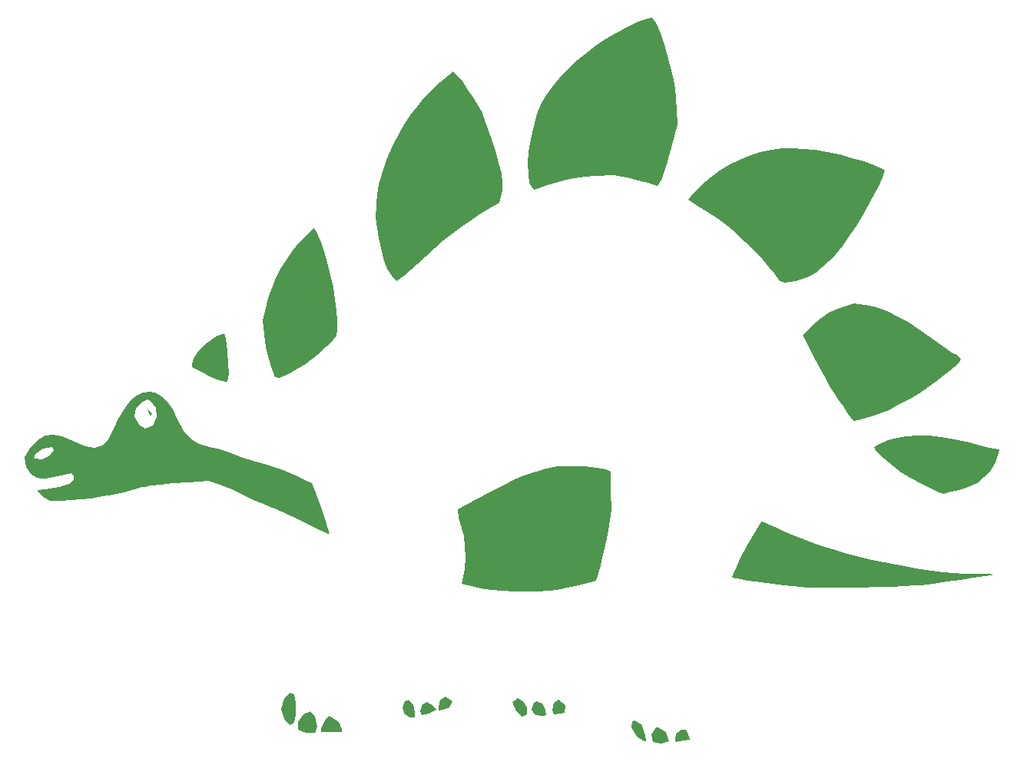
<source format=gbr>
%TF.GenerationSoftware,KiCad,Pcbnew,(6.0.7)*%
%TF.CreationDate,2022-08-20T21:46:32+02:00*%
%TF.ProjectId,demoDino,64656d6f-4469-46e6-9f2e-6b696361645f,rev?*%
%TF.SameCoordinates,Original*%
%TF.FileFunction,Soldermask,Top*%
%TF.FilePolarity,Negative*%
%FSLAX46Y46*%
G04 Gerber Fmt 4.6, Leading zero omitted, Abs format (unit mm)*
G04 Created by KiCad (PCBNEW (6.0.7)) date 2022-08-20 21:46:32*
%MOMM*%
%LPD*%
G01*
G04 APERTURE LIST*
%ADD10C,3.000000*%
G04 APERTURE END LIST*
%TO.C,svg2mod*%
G36*
X55040216Y-101184170D02*
G01*
X55189857Y-102010425D01*
X55200140Y-103393242D01*
X55063706Y-104339310D01*
X54510844Y-104530896D01*
X53908627Y-103863737D01*
X53625919Y-102746470D01*
X53922054Y-101565909D01*
X54577396Y-101012670D01*
X54577398Y-101012670D01*
X55040216Y-101184170D01*
G37*
G36*
X57346563Y-103648531D02*
G01*
X57578149Y-104705429D01*
X57295565Y-105396490D01*
X56268958Y-105412144D01*
X55460742Y-105037040D01*
X55490580Y-104252027D01*
X56054403Y-103408776D01*
X56783411Y-103058910D01*
X57346563Y-103648531D01*
G37*
G36*
X59198465Y-103672090D02*
G01*
X59917205Y-104173923D01*
X60262710Y-104943070D01*
X60265110Y-105340110D01*
X57955725Y-105340110D01*
X57955725Y-104896090D01*
X58392699Y-104015090D01*
X58829673Y-103578110D01*
X59198465Y-103672090D01*
G37*
G36*
X92518990Y-104038900D02*
G01*
X93264734Y-104456145D01*
X93710097Y-105636440D01*
X93794667Y-106350640D01*
X93592624Y-106345640D01*
X92811198Y-105834726D01*
X92234902Y-104839654D01*
X92302845Y-104118480D01*
X92518983Y-104038580D01*
X92518990Y-104038900D01*
G37*
G36*
X96017998Y-105344804D02*
G01*
X96322539Y-106329160D01*
X95534465Y-106615815D01*
X94555847Y-106411460D01*
X94393609Y-105538165D01*
X94910595Y-104835060D01*
X95164322Y-104809160D01*
X95164322Y-104809150D01*
X96017998Y-105344804D01*
G37*
G36*
X80289617Y-101906875D02*
G01*
X80700285Y-102625929D01*
X80711280Y-103390180D01*
X80195528Y-103600693D01*
X79463788Y-103009590D01*
X79064904Y-101981655D01*
X79682275Y-101588250D01*
X80289617Y-101906875D01*
G37*
G36*
X68156870Y-102254564D02*
G01*
X68323286Y-103195140D01*
X68276306Y-103681450D01*
X67844030Y-103723750D01*
X67236660Y-103390238D01*
X66975341Y-102604392D01*
X67237905Y-101900680D01*
X67639639Y-101785560D01*
X67639634Y-101785550D01*
X68156870Y-102254564D01*
G37*
G36*
X81799012Y-101917200D02*
G01*
X82380229Y-102153086D01*
X82731694Y-102901560D01*
X82813924Y-103423110D01*
X82473272Y-103512310D01*
X81594736Y-103423876D01*
X81152375Y-102845114D01*
X81406679Y-102116820D01*
X81799016Y-101917120D01*
X81799012Y-101917200D01*
G37*
G36*
X70364855Y-102408160D02*
G01*
X70667918Y-102793440D01*
X70482321Y-102964950D01*
X69808065Y-103300890D01*
X69084053Y-103439730D01*
X68927068Y-103021320D01*
X69138443Y-102268463D01*
X69643613Y-101992320D01*
X70364855Y-102408160D01*
G37*
G36*
X84902475Y-102373665D02*
G01*
X84841391Y-103221030D01*
X83685524Y-103369040D01*
X83440486Y-102846406D01*
X83661164Y-102107041D01*
X84174183Y-101731560D01*
X84902475Y-102373665D01*
G37*
G36*
X72461331Y-101929035D02*
G01*
X72138594Y-102612540D01*
X71344523Y-102842760D01*
X70947488Y-102922660D01*
X70947488Y-102551470D01*
X71148875Y-101751173D01*
X71671079Y-101442590D01*
X71671079Y-101442570D01*
X72461331Y-101929035D01*
G37*
G36*
X98420493Y-105568020D02*
G01*
X98629583Y-106143610D01*
X97849606Y-106284560D01*
X97116617Y-106383160D01*
X97022637Y-106136490D01*
X97131567Y-105465305D01*
X97729784Y-105081640D01*
X98169107Y-105037040D01*
X98420493Y-105568020D01*
G37*
G36*
X25951845Y-76872047D02*
G01*
X25451505Y-76081051D01*
X25289879Y-75049063D01*
X26289903Y-75049063D01*
X26498211Y-75180858D01*
X27264312Y-75222096D01*
X28111176Y-74818115D01*
X28510798Y-74220790D01*
X28320606Y-73894203D01*
X27375731Y-74097692D01*
X26455600Y-74685400D01*
X26289903Y-75049063D01*
X25289879Y-75049063D01*
X25285858Y-75023391D01*
X26018852Y-73881130D01*
X26833064Y-73082285D01*
X27622125Y-72628342D01*
X28464464Y-72508105D01*
X29438511Y-72710380D01*
X30622694Y-73223972D01*
X31994121Y-73814960D01*
X33051771Y-73997852D01*
X33876478Y-73748174D01*
X34549076Y-73041455D01*
X35150401Y-71853222D01*
X35740266Y-70591574D01*
X35787539Y-70513969D01*
X37421955Y-70513969D01*
X37894958Y-71421859D01*
X38639740Y-71838358D01*
X39414807Y-71523320D01*
X39862823Y-70639688D01*
X39771205Y-69574168D01*
X39182041Y-68816256D01*
X38886244Y-68657950D01*
X38353566Y-68929333D01*
X37585592Y-69624610D01*
X37421955Y-70513969D01*
X35787539Y-70513969D01*
X36368091Y-69560915D01*
X37024352Y-68762549D01*
X37699521Y-68197779D01*
X38384071Y-67867910D01*
X39068477Y-67774245D01*
X39743211Y-67918088D01*
X40398748Y-68300742D01*
X41025561Y-68923512D01*
X41614124Y-69787701D01*
X42154910Y-70894612D01*
X42798875Y-72119117D01*
X43582917Y-73000070D01*
X44552333Y-73575082D01*
X45752422Y-73881767D01*
X46889018Y-74142064D01*
X48114651Y-74598936D01*
X48953391Y-74931589D01*
X49926605Y-75259649D01*
X50823597Y-75512093D01*
X52082897Y-75835778D01*
X53082257Y-76150428D01*
X54036182Y-76532564D01*
X55159176Y-77058705D01*
X56239593Y-77561690D01*
X56786124Y-77770896D01*
X56973653Y-77897227D01*
X57304783Y-78697157D01*
X58040884Y-80802088D01*
X58464661Y-82026459D01*
X58784431Y-82946910D01*
X58930962Y-83364150D01*
X58714277Y-83475843D01*
X57162778Y-82727259D01*
X55312488Y-81789057D01*
X54023427Y-81159459D01*
X53116262Y-80753942D01*
X52411659Y-80487984D01*
X51672584Y-80194100D01*
X50579223Y-79709280D01*
X49368284Y-79138484D01*
X48168905Y-78574874D01*
X47105850Y-78108889D01*
X46409263Y-77841413D01*
X45615380Y-77596697D01*
X43305900Y-77758302D01*
X41617726Y-77888460D01*
X40261759Y-78022922D01*
X39158075Y-78172523D01*
X38639740Y-78270238D01*
X38226749Y-78348094D01*
X37387857Y-78560469D01*
X36225452Y-78868495D01*
X35035967Y-79136815D01*
X33837026Y-79362753D01*
X32646253Y-79543634D01*
X31481272Y-79676781D01*
X30359706Y-79759519D01*
X29299178Y-79789170D01*
X28138936Y-79791696D01*
X27494897Y-79466926D01*
X26807563Y-78907088D01*
X26764272Y-78672020D01*
X27601450Y-78571269D01*
X29149806Y-78305675D01*
X30213266Y-77951616D01*
X30743662Y-77532460D01*
X30692825Y-77071573D01*
X30443608Y-76741179D01*
X28953082Y-77119008D01*
X27611234Y-77363932D01*
X27264312Y-77337719D01*
X26641288Y-77290643D01*
X25951845Y-76872047D01*
G37*
G36*
X58930968Y-83364167D02*
G01*
X58930962Y-83364150D01*
X58930964Y-83364149D01*
X58930968Y-83364167D01*
G37*
G36*
X106806540Y-82189888D02*
G01*
X107335533Y-82415960D01*
X108187852Y-82830798D01*
X109078860Y-83256148D01*
X110063641Y-83677584D01*
X111131565Y-84092637D01*
X112272001Y-84498838D01*
X113474322Y-84893718D01*
X114727895Y-85274809D01*
X116022093Y-85639642D01*
X117346286Y-85985748D01*
X118689843Y-86310658D01*
X120042135Y-86611904D01*
X121392532Y-86887016D01*
X122730406Y-87133526D01*
X124045125Y-87348965D01*
X125326060Y-87530864D01*
X126562582Y-87676754D01*
X127744061Y-87784167D01*
X128859868Y-87850634D01*
X129899372Y-87873686D01*
X131502150Y-87894337D01*
X132129355Y-87942333D01*
X131814706Y-88011879D01*
X131017942Y-88143866D01*
X129862928Y-88320226D01*
X128473530Y-88522891D01*
X126973616Y-88733794D01*
X125487051Y-88934866D01*
X124137701Y-89108040D01*
X124137701Y-89108044D01*
X123387711Y-89172126D01*
X122246617Y-89234375D01*
X120818935Y-89292465D01*
X119209179Y-89344073D01*
X117521863Y-89386872D01*
X115861503Y-89418539D01*
X114332612Y-89436748D01*
X113039705Y-89439174D01*
X112087297Y-89423492D01*
X111579903Y-89387379D01*
X111028996Y-89318461D01*
X109862227Y-89190063D01*
X108332197Y-89029981D01*
X107100204Y-88894907D01*
X105933173Y-88751130D01*
X104962737Y-88615838D01*
X104320527Y-88506215D01*
X103267877Y-88285465D01*
X103365284Y-87971912D01*
X103667339Y-87259961D01*
X104228019Y-86130677D01*
X104923670Y-84823838D01*
X105630637Y-83579218D01*
X106507799Y-82098242D01*
X106806540Y-82189888D01*
G37*
G36*
X87062159Y-76037090D02*
G01*
X88393924Y-76189324D01*
X89433091Y-76392508D01*
X89874861Y-76600949D01*
X89901699Y-77277469D01*
X89940248Y-78781293D01*
X89987123Y-80874259D01*
X89632280Y-83039396D01*
X89456166Y-84016753D01*
X89238960Y-85077332D01*
X89008245Y-86093255D01*
X88791606Y-86936643D01*
X88305776Y-88668753D01*
X87673726Y-88835324D01*
X86329208Y-89170245D01*
X85093671Y-89438395D01*
X83985229Y-89636174D01*
X83021996Y-89759982D01*
X83021997Y-89760035D01*
X81857403Y-89838827D01*
X80610270Y-89862116D01*
X79321851Y-89832466D01*
X78033398Y-89752438D01*
X76786165Y-89624594D01*
X75621406Y-89451498D01*
X74580372Y-89235711D01*
X73522124Y-88976715D01*
X73606841Y-88606247D01*
X73804044Y-87395646D01*
X73884920Y-86091523D01*
X73852700Y-84821181D01*
X73710611Y-83711920D01*
X73461883Y-82891043D01*
X73137067Y-81656068D01*
X73099901Y-80743526D01*
X75076065Y-79660756D01*
X76695505Y-78790427D01*
X78021656Y-78102966D01*
X79117951Y-77568799D01*
X80047823Y-77158353D01*
X80874706Y-76842054D01*
X81662035Y-76590330D01*
X82473242Y-76373606D01*
X84010487Y-75992924D01*
X85742596Y-75981496D01*
X87062159Y-76037090D01*
G37*
G36*
X39336484Y-70210589D02*
G01*
X39209654Y-70553772D01*
X38808369Y-69590348D01*
X39336484Y-70210589D01*
G37*
G36*
X73187390Y-33180644D02*
G01*
X73635224Y-33715690D01*
X74201004Y-34505127D01*
X74762243Y-35378046D01*
X75704313Y-36937481D01*
X76625496Y-39563978D01*
X77177130Y-41215299D01*
X77581644Y-42614108D01*
X77844583Y-43791174D01*
X77971493Y-44777264D01*
X77967919Y-45603148D01*
X77839405Y-46299592D01*
X77649410Y-46944489D01*
X76274350Y-47743017D01*
X75404518Y-48275570D01*
X74474419Y-48895825D01*
X73500449Y-49591045D01*
X72499003Y-50348494D01*
X71486477Y-51155438D01*
X70479268Y-51999140D01*
X69493770Y-52866864D01*
X68546380Y-53745875D01*
X67889792Y-54349394D01*
X67149283Y-55000869D01*
X67149282Y-55000875D01*
X66291747Y-55626304D01*
X65755947Y-55043914D01*
X65289523Y-54274294D01*
X64938692Y-53432972D01*
X64648596Y-52355744D01*
X64364383Y-50878410D01*
X63985201Y-48685886D01*
X64074645Y-47170290D01*
X64182941Y-46078679D01*
X64377599Y-44970407D01*
X64654648Y-43852593D01*
X65010113Y-42732355D01*
X65440022Y-41616813D01*
X65940403Y-40513085D01*
X66507281Y-39428290D01*
X67136684Y-38369547D01*
X67824640Y-37343974D01*
X68567175Y-36358691D01*
X69360316Y-35420817D01*
X70200091Y-34537470D01*
X71082526Y-33715769D01*
X72003649Y-32962833D01*
X72554607Y-32542676D01*
X73187390Y-33180644D01*
G37*
G36*
X111180526Y-41011841D02*
G01*
X112448739Y-41159365D01*
X113799009Y-41387422D01*
X115177937Y-41683371D01*
X116532127Y-42034565D01*
X117808181Y-42428364D01*
X118952702Y-42852123D01*
X119912291Y-43293198D01*
X120161499Y-43423922D01*
X119866330Y-44178458D01*
X119385934Y-45293849D01*
X118562087Y-46850435D01*
X117757463Y-48271808D01*
X116969790Y-49560538D01*
X116196797Y-50719195D01*
X115436215Y-51750350D01*
X114685770Y-52656574D01*
X113943193Y-53440438D01*
X113206213Y-54104512D01*
X112472558Y-54651367D01*
X111739958Y-55083573D01*
X111006141Y-55403703D01*
X110268836Y-55614325D01*
X109134197Y-55808385D01*
X108529515Y-55591312D01*
X107912850Y-54768557D01*
X107391356Y-54085816D01*
X106639931Y-53221482D01*
X105734284Y-52256247D01*
X104750123Y-51270802D01*
X103763158Y-50345835D01*
X102796319Y-49531033D01*
X101736840Y-48741682D01*
X100613514Y-47998002D01*
X99455132Y-47320216D01*
X98473905Y-46651368D01*
X98956553Y-45928907D01*
X99921672Y-45001563D01*
X100928017Y-44165685D01*
X101972126Y-43422824D01*
X103050542Y-42774529D01*
X104159806Y-42222353D01*
X105296457Y-41767844D01*
X106457038Y-41412553D01*
X107638089Y-41158031D01*
X108836152Y-41005828D01*
X110047766Y-40957494D01*
X111180526Y-41011841D01*
G37*
G36*
X94879290Y-27163753D02*
G01*
X95393089Y-28263185D01*
X95846141Y-29560507D01*
X96291842Y-31138069D01*
X96616619Y-32394264D01*
X96843772Y-33454895D01*
X96996605Y-34445768D01*
X97098418Y-35492688D01*
X97172514Y-36721458D01*
X97252613Y-38325222D01*
X96868808Y-39969164D01*
X96465679Y-41508360D01*
X95997920Y-43027390D01*
X95558034Y-44247134D01*
X95238523Y-44888472D01*
X95023189Y-45132649D01*
X94063625Y-44795525D01*
X92961928Y-44483367D01*
X91660637Y-44206263D01*
X90217212Y-43954124D01*
X88196417Y-44047045D01*
X86998068Y-44131401D01*
X85878342Y-44262287D01*
X85014141Y-44419024D01*
X85014143Y-44419024D01*
X83846072Y-44743031D01*
X82668745Y-45130159D01*
X81484828Y-45562235D01*
X81273586Y-45350995D01*
X80971749Y-44778451D01*
X80811691Y-43868060D01*
X80784168Y-42703266D01*
X80879940Y-41367511D01*
X81089762Y-39944239D01*
X81404394Y-38516892D01*
X81814592Y-37168914D01*
X82311115Y-35983748D01*
X82807700Y-35129950D01*
X83473547Y-34179615D01*
X84217578Y-33253935D01*
X84948714Y-32474104D01*
X85867378Y-31608913D01*
X86661521Y-30907666D01*
X87436576Y-30285761D01*
X88297977Y-29658599D01*
X89351160Y-28941579D01*
X90483408Y-28257105D01*
X91768327Y-27584054D01*
X92997847Y-27018186D01*
X93963900Y-26655262D01*
X94458418Y-26591041D01*
X94879290Y-27163753D01*
G37*
G36*
X117905486Y-58275199D02*
G01*
X118879227Y-58447267D01*
X119746118Y-58672674D01*
X120598947Y-58998597D01*
X121530506Y-59472210D01*
X122633586Y-60140691D01*
X124000976Y-61051213D01*
X125725468Y-62250954D01*
X126682004Y-62905002D01*
X127524670Y-63448741D01*
X128071033Y-63764455D01*
X128551985Y-64169880D01*
X128300199Y-64698556D01*
X127241064Y-65507139D01*
X126577295Y-65995627D01*
X125690850Y-66692847D01*
X124843785Y-67342069D01*
X123942016Y-67952224D01*
X122894878Y-68580946D01*
X121611708Y-69285869D01*
X120558197Y-69814870D01*
X119584316Y-70209891D01*
X118364002Y-70603189D01*
X118364002Y-70603186D01*
X117137091Y-70912152D01*
X116631892Y-71004183D01*
X116090608Y-70277528D01*
X115549323Y-69451983D01*
X115001148Y-68618264D01*
X114567595Y-67993796D01*
X114073335Y-67198054D01*
X113505965Y-66209427D01*
X112853082Y-65006303D01*
X112102283Y-63567070D01*
X111071076Y-61560184D01*
X112207187Y-60454198D01*
X113083177Y-59677841D01*
X113938836Y-59094445D01*
X114850982Y-58659772D01*
X115896431Y-58329583D01*
X116776234Y-58103239D01*
X117905486Y-58275199D01*
G37*
G36*
X57455540Y-50209368D02*
G01*
X57885009Y-51161971D01*
X58294898Y-52298513D01*
X58674969Y-53565594D01*
X59014982Y-54909812D01*
X59304698Y-56277767D01*
X59533879Y-57616057D01*
X59692284Y-58871281D01*
X59769674Y-59990038D01*
X59755811Y-60918928D01*
X59640455Y-61604549D01*
X59308647Y-62052974D01*
X58564361Y-62802737D01*
X57548494Y-63720366D01*
X56401945Y-64672388D01*
X55574204Y-65224504D01*
X54542630Y-65791042D01*
X53436563Y-66284727D01*
X52945192Y-66217944D01*
X52679963Y-65537881D01*
X52436104Y-64718512D01*
X52176690Y-63914028D01*
X51935537Y-62885065D01*
X51735585Y-61525990D01*
X51564972Y-59931835D01*
X51866149Y-58566970D01*
X52160360Y-57436358D01*
X52537100Y-56335732D01*
X52995610Y-55266423D01*
X53535136Y-54229760D01*
X54154919Y-53227075D01*
X54854205Y-52259699D01*
X55632235Y-51328963D01*
X56488254Y-50436197D01*
X57209033Y-49732677D01*
X57455540Y-50209368D01*
G37*
G36*
X124970915Y-72666184D02*
G01*
X126340735Y-72812928D01*
X127817630Y-73065786D01*
X129406250Y-73424711D01*
X130609198Y-73720163D01*
X131612237Y-73956493D01*
X132198218Y-74082534D01*
X132752878Y-74180434D01*
X132658213Y-74568326D01*
X132307822Y-75568986D01*
X131780452Y-76460565D01*
X131093616Y-77226982D01*
X130264830Y-77852158D01*
X129311607Y-78320011D01*
X128251462Y-78614461D01*
X127051242Y-78914740D01*
X127051290Y-78914744D01*
X126552878Y-79036494D01*
X125858389Y-78812028D01*
X124364198Y-78046246D01*
X122951501Y-77285470D01*
X121949428Y-76678238D01*
X121078709Y-76038624D01*
X120060074Y-75180700D01*
X119111003Y-74313813D01*
X118983579Y-73887743D01*
X119565172Y-73525859D01*
X120469373Y-73141312D01*
X121457398Y-72863119D01*
X122533897Y-72691232D01*
X123703519Y-72625603D01*
X124970915Y-72666184D01*
G37*
G36*
X47485754Y-61979803D02*
G01*
X47652100Y-63312379D01*
X47785405Y-64768503D01*
X47824509Y-65779014D01*
X47824505Y-65779014D01*
X47636174Y-66731589D01*
X47011779Y-66586125D01*
X45911407Y-66166315D01*
X44749325Y-65630209D01*
X43738928Y-65111459D01*
X43787439Y-64765338D01*
X44022346Y-63975597D01*
X44496507Y-63231696D01*
X45204579Y-62542018D01*
X46519801Y-61665664D01*
X47347522Y-61339938D01*
X47485754Y-61979803D01*
G37*
%TD*%
D10*
%TO.C,svg2mod*%
X91609062Y-32347466D03*
%TD*%
M02*

</source>
